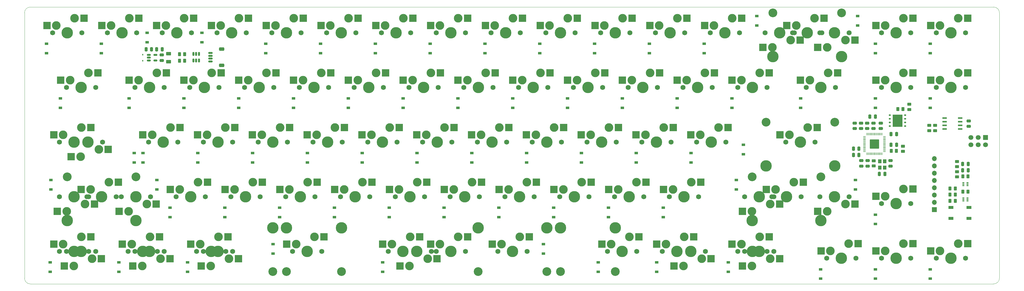
<source format=gbs>
G04 #@! TF.GenerationSoftware,KiCad,Pcbnew,(6.99.0-1912-g359c99991b)*
G04 #@! TF.CreationDate,2022-05-28T20:20:25+07:00*
G04 #@! TF.ProjectId,toxicdog69,746f7869-6364-46f6-9736-392e6b696361,1*
G04 #@! TF.SameCoordinates,Original*
G04 #@! TF.FileFunction,Soldermask,Bot*
G04 #@! TF.FilePolarity,Negative*
%FSLAX46Y46*%
G04 Gerber Fmt 4.6, Leading zero omitted, Abs format (unit mm)*
G04 Created by KiCad (PCBNEW (6.99.0-1912-g359c99991b)) date 2022-05-28 20:20:25*
%MOMM*%
%LPD*%
G01*
G04 APERTURE LIST*
G04 Aperture macros list*
%AMRoundRect*
0 Rectangle with rounded corners*
0 $1 Rounding radius*
0 $2 $3 $4 $5 $6 $7 $8 $9 X,Y pos of 4 corners*
0 Add a 4 corners polygon primitive as box body*
4,1,4,$2,$3,$4,$5,$6,$7,$8,$9,$2,$3,0*
0 Add four circle primitives for the rounded corners*
1,1,$1+$1,$2,$3*
1,1,$1+$1,$4,$5*
1,1,$1+$1,$6,$7*
1,1,$1+$1,$8,$9*
0 Add four rect primitives between the rounded corners*
20,1,$1+$1,$2,$3,$4,$5,0*
20,1,$1+$1,$4,$5,$6,$7,0*
20,1,$1+$1,$6,$7,$8,$9,0*
20,1,$1+$1,$8,$9,$2,$3,0*%
G04 Aperture macros list end*
%ADD10R,0.700000X0.340000*%
%ADD11C,1.750000*%
%ADD12C,3.000000*%
%ADD13C,3.987800*%
%ADD14R,2.550000X2.500000*%
%ADD15C,3.048000*%
%ADD16R,1.700000X1.700000*%
%ADD17O,1.700000X1.700000*%
%ADD18C,1.700000*%
%ADD19R,1.200000X0.900000*%
%ADD20RoundRect,0.250000X0.475000X-0.250000X0.475000X0.250000X-0.475000X0.250000X-0.475000X-0.250000X0*%
%ADD21RoundRect,0.250000X-0.262500X-0.450000X0.262500X-0.450000X0.262500X0.450000X-0.262500X0.450000X0*%
%ADD22RoundRect,0.250000X0.250000X0.475000X-0.250000X0.475000X-0.250000X-0.475000X0.250000X-0.475000X0*%
%ADD23RoundRect,0.050000X0.387500X0.050000X-0.387500X0.050000X-0.387500X-0.050000X0.387500X-0.050000X0*%
%ADD24RoundRect,0.050000X0.050000X0.387500X-0.050000X0.387500X-0.050000X-0.387500X0.050000X-0.387500X0*%
%ADD25RoundRect,0.144000X1.456000X1.456000X-1.456000X1.456000X-1.456000X-1.456000X1.456000X-1.456000X0*%
%ADD26RoundRect,0.150000X-0.625000X0.150000X-0.625000X-0.150000X0.625000X-0.150000X0.625000X0.150000X0*%
%ADD27RoundRect,0.250000X-0.650000X0.350000X-0.650000X-0.350000X0.650000X-0.350000X0.650000X0.350000X0*%
%ADD28RoundRect,0.250000X-0.450000X0.262500X-0.450000X-0.262500X0.450000X-0.262500X0.450000X0.262500X0*%
%ADD29RoundRect,0.250000X0.262500X0.450000X-0.262500X0.450000X-0.262500X-0.450000X0.262500X-0.450000X0*%
%ADD30RoundRect,0.250000X-0.475000X0.250000X-0.475000X-0.250000X0.475000X-0.250000X0.475000X0.250000X0*%
%ADD31RoundRect,0.250000X-0.250000X-0.475000X0.250000X-0.475000X0.250000X0.475000X-0.250000X0.475000X0*%
%ADD32R,0.450000X0.600000*%
%ADD33R,1.550000X0.600000*%
%ADD34R,1.700000X1.000000*%
%ADD35RoundRect,0.250000X0.450000X-0.262500X0.450000X0.262500X-0.450000X0.262500X-0.450000X-0.262500X0*%
%ADD36RoundRect,0.150000X-0.512500X-0.150000X0.512500X-0.150000X0.512500X0.150000X-0.512500X0.150000X0*%
%ADD37RoundRect,0.150000X0.150000X-0.512500X0.150000X0.512500X-0.150000X0.512500X-0.150000X-0.512500X0*%
%ADD38RoundRect,0.125000X0.250000X0.125000X-0.250000X0.125000X-0.250000X-0.125000X0.250000X-0.125000X0*%
%ADD39R,3.400000X4.300000*%
%ADD40R,1.200000X1.400000*%
%ADD41RoundRect,0.250000X-0.625000X0.375000X-0.625000X-0.375000X0.625000X-0.375000X0.625000X0.375000X0*%
G04 #@! TA.AperFunction,Profile*
%ADD42C,0.100000*%
G04 #@! TD*
G04 APERTURE END LIST*
D10*
X321932999Y-61221999D03*
X321932999Y-62221999D03*
X320432999Y-61221999D03*
X321932999Y-61721999D03*
X320432999Y-62221999D03*
X320432999Y-61721999D03*
X321932999Y-66555999D03*
X321932999Y-67555999D03*
X320432999Y-66555999D03*
X321932999Y-67055999D03*
X320432999Y-67555999D03*
X320432999Y-67055999D03*
D11*
X6301250Y-47100000D03*
D12*
X7571250Y-44560000D03*
D13*
X11381250Y-47100000D03*
D12*
X13921250Y-42020000D03*
D11*
X16461250Y-47100000D03*
D14*
X4296249Y-44559999D03*
X17223249Y-42019999D03*
D11*
X84882500Y-66150000D03*
D12*
X86152500Y-63610000D03*
D13*
X89962500Y-66150000D03*
D12*
X92502500Y-61070000D03*
D11*
X95042500Y-66150000D03*
D14*
X82877499Y-63609999D03*
X95804499Y-61069999D03*
D11*
X42655000Y-85200000D03*
D12*
X41385000Y-87740000D03*
D13*
X37575000Y-85200000D03*
D12*
X35035000Y-90280000D03*
D11*
X32495000Y-85200000D03*
D14*
X44659999Y-87739999D03*
X31732999Y-90279999D03*
D11*
X51545000Y-28050000D03*
D12*
X52815000Y-25510000D03*
D13*
X56625000Y-28050000D03*
D12*
X59165000Y-22970000D03*
D11*
X61705000Y-28050000D03*
D14*
X49539999Y-25509999D03*
X62466999Y-22969999D03*
D11*
X89645000Y-28050000D03*
D12*
X90915000Y-25510000D03*
D13*
X94725000Y-28050000D03*
D12*
X97265000Y-22970000D03*
D11*
X99805000Y-28050000D03*
D14*
X87639999Y-25509999D03*
X100566999Y-22969999D03*
D11*
X127745000Y-28050000D03*
D12*
X129015000Y-25510000D03*
D13*
X132825000Y-28050000D03*
D12*
X135365000Y-22970000D03*
D11*
X137905000Y-28050000D03*
D14*
X125739999Y-25509999D03*
X138666999Y-22969999D03*
D11*
X261730000Y-9000000D03*
D12*
X260460000Y-11540000D03*
D13*
X256650000Y-9000000D03*
D12*
X254110000Y-14080000D03*
D11*
X251570000Y-9000000D03*
D14*
X263734999Y-11539999D03*
X250807999Y-14079999D03*
D11*
X165845000Y-28050000D03*
D12*
X167115000Y-25510000D03*
D13*
X170925000Y-28050000D03*
D12*
X173465000Y-22970000D03*
D11*
X176005000Y-28050000D03*
D14*
X163839999Y-25509999D03*
X176766999Y-22969999D03*
D11*
X122982500Y-66150000D03*
D12*
X124252500Y-63610000D03*
D13*
X128062500Y-66150000D03*
D12*
X130602500Y-61070000D03*
D11*
X133142500Y-66150000D03*
D14*
X120977499Y-63609999D03*
X133904499Y-61069999D03*
D11*
X180132500Y-66150000D03*
D12*
X181402500Y-63610000D03*
D13*
X185212500Y-66150000D03*
D12*
X187752500Y-61070000D03*
D11*
X190292500Y-66150000D03*
D14*
X178127499Y-63609999D03*
X191054499Y-61069999D03*
D11*
X108695000Y-28050000D03*
D12*
X109965000Y-25510000D03*
D13*
X113775000Y-28050000D03*
D12*
X116315000Y-22970000D03*
D11*
X118855000Y-28050000D03*
D14*
X106689999Y-25509999D03*
X119616999Y-22969999D03*
D11*
X132507500Y-47100000D03*
D12*
X133777500Y-44560000D03*
D13*
X137587500Y-47100000D03*
D12*
X140127500Y-42020000D03*
D11*
X142667500Y-47100000D03*
D14*
X130502499Y-44559999D03*
X143429499Y-42019999D03*
D11*
X175370000Y-9000000D03*
D12*
X176640000Y-6460000D03*
D13*
X180450000Y-9000000D03*
D12*
X182990000Y-3920000D03*
D11*
X185530000Y-9000000D03*
D14*
X173364999Y-6459999D03*
X186291999Y-3919999D03*
D11*
X99170000Y-9000000D03*
D12*
X100440000Y-6460000D03*
D13*
X104250000Y-9000000D03*
D12*
X106790000Y-3920000D03*
D11*
X109330000Y-9000000D03*
D14*
X97164999Y-6459999D03*
X110091999Y-3919999D03*
D11*
X254586250Y-85200000D03*
D12*
X253316250Y-87740000D03*
D13*
X249506250Y-85200000D03*
D12*
X246966250Y-90280000D03*
D11*
X244426250Y-85200000D03*
D14*
X256591249Y-87739999D03*
X243664249Y-90279999D03*
D11*
X32495000Y-28050000D03*
D12*
X33765000Y-25510000D03*
D13*
X37575000Y-28050000D03*
D12*
X40115000Y-22970000D03*
D11*
X42655000Y-28050000D03*
D14*
X30489999Y-25509999D03*
X43416999Y-22969999D03*
D11*
X273001250Y-87581250D03*
D12*
X274271250Y-85041250D03*
D13*
X278081250Y-87581250D03*
D12*
X280621250Y-82501250D03*
D11*
X283161250Y-87581250D03*
D14*
X270996249Y-85041249D03*
X283923249Y-82501249D03*
D11*
X199182500Y-66150000D03*
D12*
X200452500Y-63610000D03*
D13*
X204262500Y-66150000D03*
D12*
X206802500Y-61070000D03*
D11*
X209342500Y-66150000D03*
D14*
X197177499Y-63609999D03*
X210104499Y-61069999D03*
D11*
X208707500Y-47100000D03*
D12*
X209977500Y-44560000D03*
D13*
X213787500Y-47100000D03*
D12*
X216327500Y-42020000D03*
D11*
X218867500Y-47100000D03*
D14*
X206702499Y-44559999D03*
X219629499Y-42019999D03*
D13*
X85200000Y-76945000D03*
D15*
X85200000Y-92185000D03*
D11*
X137270000Y-85200000D03*
D12*
X138540000Y-82660000D03*
D13*
X142350000Y-85200000D03*
D12*
X144890000Y-80120000D03*
D11*
X147430000Y-85200000D03*
D13*
X199500000Y-76945000D03*
D15*
X199500000Y-92185000D03*
D14*
X135264999Y-82659999D03*
X148191999Y-80119999D03*
D15*
X8968250Y-59165000D03*
D13*
X8968250Y-74405000D03*
D11*
X15826250Y-66150000D03*
D12*
X17096250Y-63610000D03*
D13*
X20906250Y-66150000D03*
D12*
X23446250Y-61070000D03*
D11*
X25986250Y-66150000D03*
D15*
X32844250Y-59165000D03*
D13*
X32844250Y-74405000D03*
D14*
X13821249Y-63609999D03*
X26748249Y-61069999D03*
D11*
X8682500Y-28050000D03*
D12*
X9952500Y-25510000D03*
D13*
X13762500Y-28050000D03*
D12*
X16302500Y-22970000D03*
D11*
X18842500Y-28050000D03*
D14*
X6677499Y-25509999D03*
X19604499Y-22969999D03*
D11*
X222995000Y-28050000D03*
D12*
X224265000Y-25510000D03*
D13*
X228075000Y-28050000D03*
D12*
X230615000Y-22970000D03*
D11*
X233155000Y-28050000D03*
D14*
X220989999Y-25509999D03*
X233916999Y-22969999D03*
D11*
X21223750Y-47100000D03*
D12*
X19953750Y-49640000D03*
D13*
X16143750Y-47100000D03*
D12*
X13603750Y-52180000D03*
D11*
X11063750Y-47100000D03*
D14*
X23228749Y-49639999D03*
X10301749Y-52179999D03*
D11*
X42020000Y-9000000D03*
D12*
X43290000Y-6460000D03*
D13*
X47100000Y-9000000D03*
D12*
X49640000Y-3920000D03*
D11*
X52180000Y-9000000D03*
D14*
X40014999Y-6459999D03*
X52941999Y-3919999D03*
D11*
X30113750Y-85200000D03*
D12*
X31383750Y-82660000D03*
D13*
X35193750Y-85200000D03*
D12*
X37733750Y-80120000D03*
D11*
X40273750Y-85200000D03*
D14*
X28108749Y-82659999D03*
X41035749Y-80119999D03*
D11*
X265857500Y-28050000D03*
D12*
X267127500Y-25510000D03*
D13*
X270937500Y-28050000D03*
D12*
X273477500Y-22970000D03*
D11*
X276017500Y-28050000D03*
D14*
X263852499Y-25509999D03*
X276779499Y-22969999D03*
D15*
X180443650Y-92185000D03*
D13*
X180443650Y-76945000D03*
D11*
X135523750Y-85200000D03*
D12*
X134253750Y-87740000D03*
D13*
X130443750Y-85200000D03*
D12*
X127903750Y-90280000D03*
D11*
X125363750Y-85200000D03*
D15*
X80443850Y-92185000D03*
D13*
X80443850Y-76945000D03*
D14*
X137528749Y-87739999D03*
X124601749Y-90279999D03*
D11*
X242045000Y-28050000D03*
D12*
X243315000Y-25510000D03*
D13*
X247125000Y-28050000D03*
D12*
X249665000Y-22970000D03*
D11*
X252205000Y-28050000D03*
D14*
X240039999Y-25509999D03*
X252966999Y-22969999D03*
D11*
X242045000Y-85200000D03*
D12*
X243315000Y-82660000D03*
D13*
X247125000Y-85200000D03*
D12*
X249665000Y-80120000D03*
D11*
X252205000Y-85200000D03*
D14*
X240039999Y-82659999D03*
X252966999Y-80119999D03*
D11*
X118220000Y-9000000D03*
D12*
X119490000Y-6460000D03*
D13*
X123300000Y-9000000D03*
D12*
X125840000Y-3920000D03*
D11*
X128380000Y-9000000D03*
D14*
X116214999Y-6459999D03*
X129141999Y-3919999D03*
D11*
X227757500Y-47100000D03*
D12*
X229027500Y-44560000D03*
D13*
X232837500Y-47100000D03*
D12*
X235377500Y-42020000D03*
D11*
X237917500Y-47100000D03*
D14*
X225752499Y-44559999D03*
X238679499Y-42019999D03*
D11*
X280780000Y-66150000D03*
D12*
X279510000Y-68690000D03*
D13*
X275700000Y-66150000D03*
D12*
X273160000Y-71230000D03*
D11*
X270620000Y-66150000D03*
D14*
X282784999Y-68689999D03*
X269857999Y-71229999D03*
D11*
X46782500Y-66150000D03*
D12*
X48052500Y-63610000D03*
D13*
X51862500Y-66150000D03*
D12*
X54402500Y-61070000D03*
D11*
X56942500Y-66150000D03*
D14*
X44777499Y-63609999D03*
X57704499Y-61069999D03*
D15*
X254237000Y-2015000D03*
D13*
X254237000Y-17255000D03*
D11*
X261095000Y-9000000D03*
D12*
X262365000Y-6460000D03*
D13*
X266175000Y-9000000D03*
D12*
X268715000Y-3920000D03*
D11*
X271255000Y-9000000D03*
D15*
X278113000Y-2015000D03*
D13*
X278113000Y-17255000D03*
D14*
X259089999Y-6459999D03*
X272016999Y-3919999D03*
D11*
X170607500Y-47100000D03*
D12*
X171877500Y-44560000D03*
D13*
X175687500Y-47100000D03*
D12*
X178227500Y-42020000D03*
D11*
X180767500Y-47100000D03*
D14*
X168602499Y-44559999D03*
X181529499Y-42019999D03*
D11*
X311101250Y-9000000D03*
D12*
X312371250Y-6460000D03*
D13*
X316181250Y-9000000D03*
D12*
X318721250Y-3920000D03*
D11*
X321261250Y-9000000D03*
D14*
X309096249Y-6459999D03*
X322023249Y-3919999D03*
D11*
X37257500Y-47100000D03*
D12*
X38527500Y-44560000D03*
D13*
X42337500Y-47100000D03*
D12*
X44877500Y-42020000D03*
D11*
X47417500Y-47100000D03*
D14*
X35252499Y-44559999D03*
X48179499Y-42019999D03*
D11*
X196801250Y-85200000D03*
D12*
X198071250Y-82660000D03*
D13*
X201881250Y-85200000D03*
D12*
X204421250Y-80120000D03*
D11*
X206961250Y-85200000D03*
D14*
X194796249Y-82659999D03*
X207723249Y-80119999D03*
D11*
X184895000Y-28050000D03*
D12*
X186165000Y-25510000D03*
D13*
X189975000Y-28050000D03*
D12*
X192515000Y-22970000D03*
D11*
X195055000Y-28050000D03*
D14*
X182889999Y-25509999D03*
X195816999Y-22969999D03*
D11*
X22970000Y-9000000D03*
D12*
X24240000Y-6460000D03*
D13*
X28050000Y-9000000D03*
D12*
X30590000Y-3920000D03*
D11*
X33130000Y-9000000D03*
D14*
X20964999Y-6459999D03*
X33891999Y-3919999D03*
D11*
X292051250Y-87581250D03*
D12*
X293321250Y-85041250D03*
D13*
X297131250Y-87581250D03*
D12*
X299671250Y-82501250D03*
D11*
X302211250Y-87581250D03*
D14*
X290046249Y-85041249D03*
X302973249Y-82501249D03*
D11*
X113457500Y-47100000D03*
D12*
X114727500Y-44560000D03*
D13*
X118537500Y-47100000D03*
D12*
X121077500Y-42020000D03*
D11*
X123617500Y-47100000D03*
D14*
X111452499Y-44559999D03*
X124379499Y-42019999D03*
D11*
X56307500Y-47100000D03*
D12*
X57577500Y-44560000D03*
D13*
X61387500Y-47100000D03*
D12*
X63927500Y-42020000D03*
D11*
X66467500Y-47100000D03*
D14*
X54302499Y-44559999D03*
X67229499Y-42019999D03*
D11*
X142032500Y-66150000D03*
D12*
X143302500Y-63610000D03*
D13*
X147112500Y-66150000D03*
D12*
X149652500Y-61070000D03*
D11*
X152192500Y-66150000D03*
D14*
X140027499Y-63609999D03*
X152954499Y-61069999D03*
D11*
X292051250Y-28050000D03*
D12*
X293321250Y-25510000D03*
D13*
X297131250Y-28050000D03*
D12*
X299671250Y-22970000D03*
D11*
X302211250Y-28050000D03*
D14*
X290046249Y-25509999D03*
X302973249Y-22969999D03*
D13*
X151843250Y-76945000D03*
D15*
X151843250Y-92185000D03*
D11*
X158701250Y-85200000D03*
D12*
X159971250Y-82660000D03*
D13*
X163781250Y-85200000D03*
D12*
X166321250Y-80120000D03*
D11*
X168861250Y-85200000D03*
D13*
X175719250Y-76945000D03*
D15*
X175719250Y-92185000D03*
D14*
X156696249Y-82659999D03*
X169623249Y-80119999D03*
D11*
X218232500Y-66150000D03*
D12*
X219502500Y-63610000D03*
D13*
X223312500Y-66150000D03*
D12*
X225852500Y-61070000D03*
D11*
X228392500Y-66150000D03*
D14*
X216227499Y-63609999D03*
X229154499Y-61069999D03*
D11*
X66467500Y-85200000D03*
D12*
X65197500Y-87740000D03*
D13*
X61387500Y-85200000D03*
D12*
X58847500Y-90280000D03*
D11*
X56307500Y-85200000D03*
D14*
X68472499Y-87739999D03*
X55545499Y-90279999D03*
D11*
X213470000Y-9000000D03*
D12*
X214740000Y-6460000D03*
D13*
X218550000Y-9000000D03*
D12*
X221090000Y-3920000D03*
D11*
X223630000Y-9000000D03*
D14*
X211464999Y-6459999D03*
X224391999Y-3919999D03*
D11*
X80120000Y-9000000D03*
D12*
X81390000Y-6460000D03*
D13*
X85200000Y-9000000D03*
D12*
X87740000Y-3920000D03*
D11*
X90280000Y-9000000D03*
D14*
X78114999Y-6459999D03*
X91041999Y-3919999D03*
D11*
X75357500Y-47100000D03*
D12*
X76627500Y-44560000D03*
D13*
X80437500Y-47100000D03*
D12*
X82977500Y-42020000D03*
D11*
X85517500Y-47100000D03*
D14*
X73352499Y-44559999D03*
X86279499Y-42019999D03*
D11*
X292051250Y-68531250D03*
D12*
X293321250Y-65991250D03*
D13*
X297131250Y-68531250D03*
D12*
X299671250Y-63451250D03*
D11*
X302211250Y-68531250D03*
D14*
X290046249Y-65991249D03*
X302973249Y-63451249D03*
D11*
X203945000Y-28050000D03*
D12*
X205215000Y-25510000D03*
D13*
X209025000Y-28050000D03*
D12*
X211565000Y-22970000D03*
D11*
X214105000Y-28050000D03*
D14*
X201939999Y-25509999D03*
X214866999Y-22969999D03*
D11*
X3920000Y-9000000D03*
D12*
X5190000Y-6460000D03*
D13*
X9000000Y-9000000D03*
D12*
X11540000Y-3920000D03*
D11*
X14080000Y-9000000D03*
D14*
X1914999Y-6459999D03*
X14841999Y-3919999D03*
D11*
X161082500Y-66150000D03*
D12*
X162352500Y-63610000D03*
D13*
X166162500Y-66150000D03*
D12*
X168702500Y-61070000D03*
D11*
X171242500Y-66150000D03*
D14*
X159077499Y-63609999D03*
X172004499Y-61069999D03*
D16*
X310387999Y-70611999D03*
D17*
X310387999Y-68071999D03*
X310387999Y-65531999D03*
X310387999Y-62991999D03*
X310387999Y-60451999D03*
X310387999Y-57911999D03*
X310387999Y-55371999D03*
X310387999Y-52831999D03*
D11*
X137270000Y-9000000D03*
D12*
X138540000Y-6460000D03*
D13*
X142350000Y-9000000D03*
D12*
X144890000Y-3920000D03*
D11*
X147430000Y-9000000D03*
D14*
X135264999Y-6459999D03*
X148191999Y-3919999D03*
D11*
X311101250Y-87581250D03*
D12*
X312371250Y-85041250D03*
D13*
X316181250Y-87581250D03*
D12*
X318721250Y-82501250D03*
D11*
X321261250Y-87581250D03*
D14*
X309096249Y-85041249D03*
X322023249Y-82501249D03*
D11*
X311101250Y-28050000D03*
D12*
X312371250Y-25510000D03*
D13*
X316181250Y-28050000D03*
D12*
X318721250Y-22970000D03*
D11*
X321261250Y-28050000D03*
D14*
X309096249Y-25509999D03*
X322023249Y-22969999D03*
D18*
X323099500Y-48006000D03*
X323099500Y-45466000D03*
X325639500Y-48006000D03*
X325639500Y-45466000D03*
X328179500Y-48006000D03*
D16*
X328179499Y-45465999D03*
D15*
X251855750Y-40115000D03*
D13*
X251855750Y-55355000D03*
D11*
X258713750Y-47100000D03*
D12*
X259983750Y-44560000D03*
D13*
X263793750Y-47100000D03*
D12*
X266333750Y-42020000D03*
D11*
X268873750Y-47100000D03*
D15*
X275731750Y-40115000D03*
D13*
X275731750Y-55355000D03*
D14*
X256708749Y-44559999D03*
X269635749Y-42019999D03*
D11*
X215851250Y-85200000D03*
D12*
X217121250Y-82660000D03*
D13*
X220931250Y-85200000D03*
D12*
X223471250Y-80120000D03*
D11*
X226011250Y-85200000D03*
D14*
X213846249Y-82659999D03*
X226773249Y-80119999D03*
D13*
X80405750Y-76945000D03*
D15*
X80405750Y-92185000D03*
D11*
X87263750Y-85200000D03*
D12*
X88533750Y-82660000D03*
D13*
X92343750Y-85200000D03*
D12*
X94883750Y-80120000D03*
D11*
X97423750Y-85200000D03*
D13*
X104281750Y-76945000D03*
D15*
X104281750Y-92185000D03*
D14*
X85258749Y-82659999D03*
X98185749Y-80119999D03*
D11*
X194420000Y-9000000D03*
D12*
X195690000Y-6460000D03*
D13*
X199500000Y-9000000D03*
D12*
X202040000Y-3920000D03*
D11*
X204580000Y-9000000D03*
D14*
X192414999Y-6459999D03*
X205341999Y-3919999D03*
D11*
X53926250Y-85200000D03*
D12*
X55196250Y-82660000D03*
D13*
X59006250Y-85200000D03*
D12*
X61546250Y-80120000D03*
D11*
X64086250Y-85200000D03*
D14*
X51921249Y-82659999D03*
X64848249Y-80119999D03*
D11*
X232520000Y-9000000D03*
D12*
X233790000Y-6460000D03*
D13*
X237600000Y-9000000D03*
D12*
X240140000Y-3920000D03*
D11*
X242680000Y-9000000D03*
D14*
X230514999Y-6459999D03*
X243441999Y-3919999D03*
D11*
X230773750Y-85200000D03*
D12*
X229503750Y-87740000D03*
D13*
X225693750Y-85200000D03*
D12*
X223153750Y-90280000D03*
D11*
X220613750Y-85200000D03*
D14*
X232778749Y-87739999D03*
X219851749Y-90279999D03*
D11*
X254586250Y-66150000D03*
D12*
X253316250Y-68690000D03*
D13*
X249506250Y-66150000D03*
D12*
X246966250Y-71230000D03*
D11*
X244426250Y-66150000D03*
D14*
X256591249Y-68689999D03*
X243664249Y-71229999D03*
D15*
X247093250Y-59165000D03*
D13*
X247093250Y-74405000D03*
D11*
X253951250Y-66150000D03*
D12*
X255221250Y-63610000D03*
D13*
X259031250Y-66150000D03*
D12*
X261571250Y-61070000D03*
D11*
X264111250Y-66150000D03*
D15*
X270969250Y-59165000D03*
D13*
X270969250Y-74405000D03*
D14*
X251946249Y-63609999D03*
X264873249Y-61069999D03*
D11*
X189657500Y-47100000D03*
D12*
X190927500Y-44560000D03*
D13*
X194737500Y-47100000D03*
D12*
X197277500Y-42020000D03*
D11*
X199817500Y-47100000D03*
D14*
X187652499Y-44559999D03*
X200579499Y-42019999D03*
D11*
X280780000Y-9000000D03*
D12*
X279510000Y-11540000D03*
D13*
X275700000Y-9000000D03*
D12*
X273160000Y-14080000D03*
D11*
X270620000Y-9000000D03*
D14*
X282784999Y-11539999D03*
X269857999Y-14079999D03*
D11*
X103932500Y-66150000D03*
D12*
X105202500Y-63610000D03*
D13*
X109012500Y-66150000D03*
D12*
X111552500Y-61070000D03*
D11*
X114092500Y-66150000D03*
D14*
X101927499Y-63609999D03*
X114854499Y-61069999D03*
D11*
X94407500Y-47100000D03*
D12*
X95677500Y-44560000D03*
D13*
X99487500Y-47100000D03*
D12*
X102027500Y-42020000D03*
D11*
X104567500Y-47100000D03*
D14*
X92402499Y-44559999D03*
X105329499Y-42019999D03*
D11*
X156320000Y-9000000D03*
D12*
X157590000Y-6460000D03*
D13*
X161400000Y-9000000D03*
D12*
X163940000Y-3920000D03*
D11*
X166480000Y-9000000D03*
D14*
X154314999Y-6459999D03*
X167241999Y-3919999D03*
D11*
X16461250Y-66150000D03*
D12*
X15191250Y-68690000D03*
D13*
X11381250Y-66150000D03*
D12*
X8841250Y-71230000D03*
D11*
X6301250Y-66150000D03*
D14*
X18466249Y-68689999D03*
X5539249Y-71229999D03*
D11*
X151557500Y-47100000D03*
D12*
X152827500Y-44560000D03*
D13*
X156637500Y-47100000D03*
D12*
X159177500Y-42020000D03*
D11*
X161717500Y-47100000D03*
D14*
X149552499Y-44559999D03*
X162479499Y-42019999D03*
D11*
X65832500Y-66150000D03*
D12*
X67102500Y-63610000D03*
D13*
X70912500Y-66150000D03*
D12*
X73452500Y-61070000D03*
D11*
X75992500Y-66150000D03*
D14*
X63827499Y-63609999D03*
X76754499Y-61069999D03*
D11*
X61070000Y-9000000D03*
D12*
X62340000Y-6460000D03*
D13*
X66150000Y-9000000D03*
D12*
X68690000Y-3920000D03*
D11*
X71230000Y-9000000D03*
D14*
X59064999Y-6459999D03*
X71991999Y-3919999D03*
D11*
X120601250Y-85200000D03*
D12*
X121871250Y-82660000D03*
D13*
X125681250Y-85200000D03*
D12*
X128221250Y-80120000D03*
D11*
X130761250Y-85200000D03*
D14*
X118596249Y-82659999D03*
X131523249Y-80119999D03*
D11*
X6301250Y-85200000D03*
D12*
X7571250Y-82660000D03*
D13*
X11381250Y-85200000D03*
D12*
X13921250Y-80120000D03*
D11*
X16461250Y-85200000D03*
D14*
X4296249Y-82659999D03*
X17223249Y-80119999D03*
D11*
X292051250Y-9000000D03*
D12*
X293321250Y-6460000D03*
D13*
X297131250Y-9000000D03*
D12*
X299671250Y-3920000D03*
D11*
X302211250Y-9000000D03*
D14*
X290046249Y-6459999D03*
X302973249Y-3919999D03*
D11*
X37892500Y-66150000D03*
D12*
X36622500Y-68690000D03*
D13*
X32812500Y-66150000D03*
D12*
X30272500Y-71230000D03*
D11*
X27732500Y-66150000D03*
D14*
X39897499Y-68689999D03*
X26970499Y-71229999D03*
D11*
X146795000Y-28050000D03*
D12*
X148065000Y-25510000D03*
D13*
X151875000Y-28050000D03*
D12*
X154415000Y-22970000D03*
D11*
X156955000Y-28050000D03*
D14*
X144789999Y-25509999D03*
X157716999Y-22969999D03*
D11*
X18842500Y-85200000D03*
D12*
X17572500Y-87740000D03*
D13*
X13762500Y-85200000D03*
D12*
X11222500Y-90280000D03*
D11*
X8682500Y-85200000D03*
D14*
X20847499Y-87739999D03*
X7920499Y-90279999D03*
D11*
X70595000Y-28050000D03*
D12*
X71865000Y-25510000D03*
D13*
X75675000Y-28050000D03*
D12*
X78215000Y-22970000D03*
D11*
X80755000Y-28050000D03*
D14*
X68589999Y-25509999D03*
X81516999Y-22969999D03*
D19*
X187705999Y-54227999D03*
X187705999Y-50927999D03*
D20*
X289179000Y-42352000D03*
X289179000Y-40452000D03*
D19*
X111505999Y-54227999D03*
X111505999Y-50927999D03*
X154177999Y-16127999D03*
X154177999Y-12827999D03*
X206755999Y-54227999D03*
X206755999Y-50927999D03*
D21*
X315825500Y-65405000D03*
X317650500Y-65405000D03*
D19*
X20827999Y-16127999D03*
X20827999Y-12827999D03*
X40131999Y-60325999D03*
X40131999Y-63625999D03*
X101853999Y-73277999D03*
X101853999Y-69977999D03*
X116077999Y-16127999D03*
X116077999Y-12827999D03*
X144779999Y-35177999D03*
X144779999Y-31877999D03*
X289909249Y-94709249D03*
X289909249Y-91409249D03*
D20*
X291719000Y-42352000D03*
X291719000Y-40452000D03*
D19*
X106679999Y-35177999D03*
X106679999Y-31877999D03*
D22*
X41971000Y-14732000D03*
X40071000Y-14732000D03*
D23*
X292997500Y-45152000D03*
X292997500Y-45552000D03*
X292997500Y-45952000D03*
X292997500Y-46352000D03*
X292997500Y-46752000D03*
X292997500Y-47152000D03*
X292997500Y-47552000D03*
X292997500Y-47952000D03*
X292997500Y-48352000D03*
X292997500Y-48752000D03*
X292997500Y-49152000D03*
X292997500Y-49552000D03*
X292997500Y-49952000D03*
X292997500Y-50352000D03*
D24*
X292160000Y-51189500D03*
X291760000Y-51189500D03*
X291360000Y-51189500D03*
X290960000Y-51189500D03*
X290560000Y-51189500D03*
X290160000Y-51189500D03*
X289760000Y-51189500D03*
X289360000Y-51189500D03*
X288960000Y-51189500D03*
X288560000Y-51189500D03*
X288160000Y-51189500D03*
X287760000Y-51189500D03*
X287360000Y-51189500D03*
X286960000Y-51189500D03*
D23*
X286122500Y-50352000D03*
X286122500Y-49952000D03*
X286122500Y-49552000D03*
X286122500Y-49152000D03*
X286122500Y-48752000D03*
X286122500Y-48352000D03*
X286122500Y-47952000D03*
X286122500Y-47552000D03*
X286122500Y-47152000D03*
X286122500Y-46752000D03*
X286122500Y-46352000D03*
X286122500Y-45952000D03*
X286122500Y-45552000D03*
X286122500Y-45152000D03*
D24*
X286960000Y-44314500D03*
X287360000Y-44314500D03*
X287760000Y-44314500D03*
X288160000Y-44314500D03*
X288560000Y-44314500D03*
X288960000Y-44314500D03*
X289360000Y-44314500D03*
X289760000Y-44314500D03*
X290160000Y-44314500D03*
X290560000Y-44314500D03*
X290960000Y-44314500D03*
X291360000Y-44314500D03*
X291760000Y-44314500D03*
X292160000Y-44314500D03*
D25*
X289560000Y-47752000D03*
D19*
X248665999Y-3175999D03*
X248665999Y-6475999D03*
D26*
X58740000Y-16000000D03*
X58740000Y-17000000D03*
X58740000Y-18000000D03*
X58740000Y-19000000D03*
D27*
X62615000Y-14700000D03*
X62615000Y-20300000D03*
D19*
X6603999Y-35177999D03*
X6603999Y-31877999D03*
X120903999Y-73277999D03*
X120903999Y-69977999D03*
D28*
X318262000Y-53824500D03*
X318262000Y-55649500D03*
D29*
X322095500Y-59055000D03*
X320270500Y-59055000D03*
D30*
X287147000Y-53533000D03*
X287147000Y-55433000D03*
D19*
X211327999Y-16127999D03*
X211327999Y-12827999D03*
X118617999Y-92327999D03*
X118617999Y-89027999D03*
D30*
X322326000Y-39690000D03*
X322326000Y-41590000D03*
D19*
X270859249Y-94709249D03*
X270859249Y-91409249D03*
X197103999Y-73277999D03*
X197103999Y-69977999D03*
X159003999Y-73277999D03*
X159003999Y-69977999D03*
D31*
X295341000Y-48006000D03*
X297241000Y-48006000D03*
D19*
X139953999Y-73277999D03*
X139953999Y-69977999D03*
X3301999Y-60325999D03*
X3301999Y-63625999D03*
D32*
X35178999Y-16602999D03*
X35178999Y-18702999D03*
D19*
X243966999Y-51306999D03*
X243966999Y-48006999D03*
X130555999Y-54227999D03*
X130555999Y-50927999D03*
X289909249Y-16127999D03*
X289909249Y-12827999D03*
X282955999Y-60325999D03*
X282955999Y-63625999D03*
D33*
X319329499Y-38734999D03*
X319329499Y-40004999D03*
X319329499Y-41274999D03*
X319329499Y-42544999D03*
X313929499Y-42544999D03*
X313929499Y-41274999D03*
X313929499Y-40004999D03*
X313929499Y-38734999D03*
D31*
X295341000Y-44323000D03*
X297241000Y-44323000D03*
D19*
X163829999Y-35177999D03*
X163829999Y-31877999D03*
D22*
X322133000Y-54737000D03*
X320233000Y-54737000D03*
D31*
X291277000Y-58166000D03*
X293177000Y-58166000D03*
D20*
X287020000Y-42352000D03*
X287020000Y-40452000D03*
D34*
X316127999Y-73654999D03*
X322427999Y-73654999D03*
X316127999Y-69854999D03*
X322427999Y-69854999D03*
D35*
X299466000Y-50315500D03*
X299466000Y-48490500D03*
D21*
X315825500Y-67564000D03*
X317650500Y-67564000D03*
D22*
X289875000Y-38227000D03*
X287975000Y-38227000D03*
D19*
X283717999Y-3175999D03*
X283717999Y-6475999D03*
X80517999Y-85977999D03*
X80517999Y-82677999D03*
X26923999Y-92327999D03*
X26923999Y-89027999D03*
D35*
X310642000Y-43076500D03*
X310642000Y-41251500D03*
D19*
X54355999Y-54227999D03*
X54355999Y-50927999D03*
X49529999Y-35177999D03*
X49529999Y-31877999D03*
X55752999Y-12317999D03*
X55752999Y-9017999D03*
X308959249Y-94709249D03*
X308959249Y-91409249D03*
D22*
X322133000Y-56896000D03*
X320233000Y-56896000D03*
D30*
X295148000Y-53533000D03*
X295148000Y-55433000D03*
D19*
X92455999Y-54227999D03*
X92455999Y-50927999D03*
X97027999Y-16127999D03*
X97027999Y-12827999D03*
D31*
X282260000Y-51562000D03*
X284160000Y-51562000D03*
D28*
X289306000Y-53570500D03*
X289306000Y-55395500D03*
D19*
X192277999Y-16127999D03*
X192277999Y-12827999D03*
X216153999Y-73277999D03*
X216153999Y-69977999D03*
D21*
X315825500Y-63246000D03*
X317650500Y-63246000D03*
D19*
X308959249Y-35177999D03*
X308959249Y-31877999D03*
X82803999Y-73277999D03*
X82803999Y-69977999D03*
D29*
X49807500Y-18745951D03*
X47982500Y-18745951D03*
D20*
X282702000Y-42352000D03*
X282702000Y-40452000D03*
D29*
X322095500Y-64389000D03*
X320270500Y-64389000D03*
D28*
X308610000Y-41251500D03*
X308610000Y-43076500D03*
D19*
X1777999Y-16127999D03*
X1777999Y-12827999D03*
D36*
X37343500Y-18603000D03*
X37343500Y-17653000D03*
X37343500Y-16703000D03*
X39618500Y-16703000D03*
X39618500Y-18603000D03*
D19*
X36702999Y-12317999D03*
X36702999Y-9017999D03*
X87629999Y-35177999D03*
X87629999Y-31877999D03*
X63753999Y-73277999D03*
X63753999Y-69977999D03*
X30479999Y-35177999D03*
X30479999Y-31877999D03*
D20*
X41783000Y-18603000D03*
X41783000Y-16703000D03*
D22*
X284160000Y-49403000D03*
X282260000Y-49403000D03*
D19*
X178053999Y-73277999D03*
X178053999Y-69977999D03*
X230377999Y-16127999D03*
X230377999Y-12827999D03*
X35305999Y-54227999D03*
X35305999Y-50927999D03*
D21*
X47982500Y-16410394D03*
X49807500Y-16410394D03*
D37*
X54741780Y-18632292D03*
X53791780Y-18632292D03*
X52841780Y-18632292D03*
X52841780Y-16357292D03*
X53791780Y-16357292D03*
X54741780Y-16357292D03*
D19*
X135127999Y-16127999D03*
X135127999Y-12827999D03*
D21*
X295378500Y-50165000D03*
X297203500Y-50165000D03*
D31*
X36388000Y-14732000D03*
X38288000Y-14732000D03*
D19*
X241553999Y-60325999D03*
X241553999Y-63625999D03*
X213867999Y-92327999D03*
X213867999Y-89027999D03*
X220979999Y-35177999D03*
X220979999Y-31877999D03*
X3047999Y-92327999D03*
X3047999Y-89027999D03*
D28*
X301625000Y-33885500D03*
X301625000Y-35710500D03*
D19*
X73405999Y-54227999D03*
X73405999Y-50927999D03*
X174497999Y-85977999D03*
X174497999Y-82677999D03*
D38*
X300261000Y-37719000D03*
X300261000Y-38989000D03*
X300261000Y-40259000D03*
X300261000Y-41529000D03*
X294861000Y-41529000D03*
X294861000Y-40259000D03*
X294861000Y-38989000D03*
X294861000Y-37719000D03*
D39*
X297560999Y-39623999D03*
D40*
X291376999Y-55963999D03*
X291376999Y-53763999D03*
X293076999Y-53763999D03*
X293076999Y-55963999D03*
D19*
X289909249Y-75659249D03*
X289909249Y-72359249D03*
X32257999Y-54227999D03*
X32257999Y-50927999D03*
X68579999Y-35177999D03*
X68579999Y-31877999D03*
X201929999Y-35177999D03*
X201929999Y-31877999D03*
X168655999Y-54227999D03*
X168655999Y-50927999D03*
D35*
X318262000Y-59205500D03*
X318262000Y-57380500D03*
D19*
X289909249Y-35177999D03*
X289909249Y-31877999D03*
X238759999Y-92327999D03*
X238759999Y-89027999D03*
D41*
X44196000Y-16253000D03*
X44196000Y-19053000D03*
D20*
X284861000Y-42352000D03*
X284861000Y-40452000D03*
D30*
X284988000Y-53533000D03*
X284988000Y-55433000D03*
D19*
X50799999Y-92327999D03*
X50799999Y-89027999D03*
X193547999Y-92327999D03*
X193547999Y-89027999D03*
D29*
X299489500Y-35560000D03*
X297664500Y-35560000D03*
D19*
X225805999Y-54227999D03*
X225805999Y-50927999D03*
X263905999Y-35177999D03*
X263905999Y-31877999D03*
X44703999Y-73277999D03*
X44703999Y-69977999D03*
X173227999Y-16127999D03*
X173227999Y-12827999D03*
X240029999Y-35177999D03*
X240029999Y-31877999D03*
X149605999Y-54227999D03*
X149605999Y-50927999D03*
X77977999Y-16127999D03*
X77977999Y-12827999D03*
X182879999Y-35177999D03*
X182879999Y-31877999D03*
X125729999Y-35177999D03*
X125729999Y-31877999D03*
X308959249Y-16127999D03*
X308959249Y-12827999D03*
D42*
X330994000Y-96520000D02*
X-3874000Y-96520000D01*
X332994000Y-2000000D02*
X332994000Y-94520000D01*
X-5874000Y-94520000D02*
G75*
G03*
X-3874000Y-96520000I1999999J-1D01*
G01*
X-3874000Y0D02*
X330994000Y0D01*
X330994000Y-96520000D02*
G75*
G03*
X332994000Y-94520000I0J2000000D01*
G01*
X-3874000Y0D02*
G75*
G03*
X-5874000Y-2000000I-1J-1999999D01*
G01*
X-5874000Y-94520000D02*
X-5874000Y-2000000D01*
X332994000Y-2000000D02*
G75*
G03*
X330994000Y0I-2000000J0D01*
G01*
M02*

</source>
